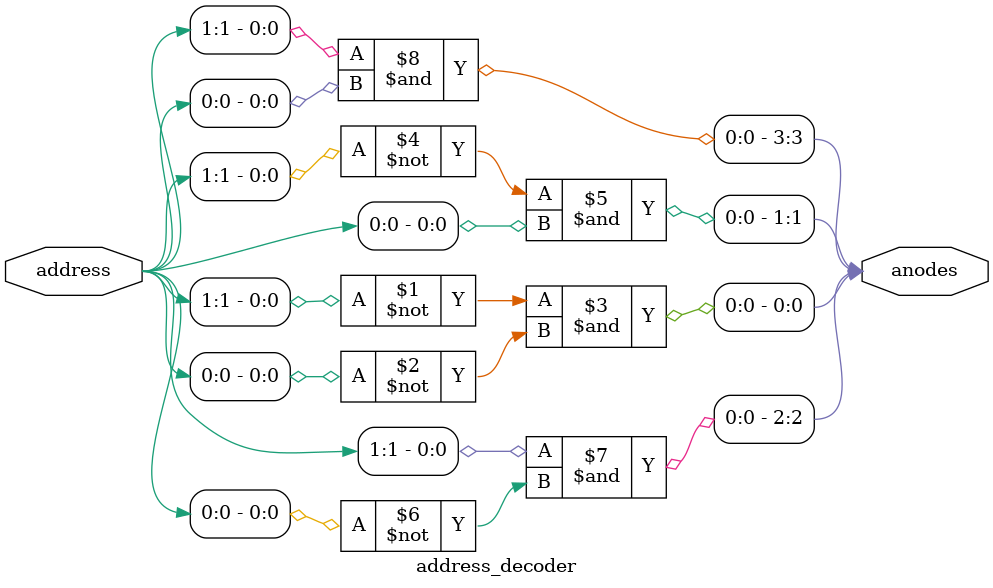
<source format=v>
`timescale 1ns / 1ps


module address_decoder(
	input [1:0] address,
	output [3:0] anodes
    );
    
    assign anodes[0] = ~address[1] & ~address[0];
    assign anodes[1] = ~address[1] & address[0];
    assign anodes[2] = address[1] & ~address[0];
    assign anodes[3] = address[1] & address[0];
    
endmodule

</source>
